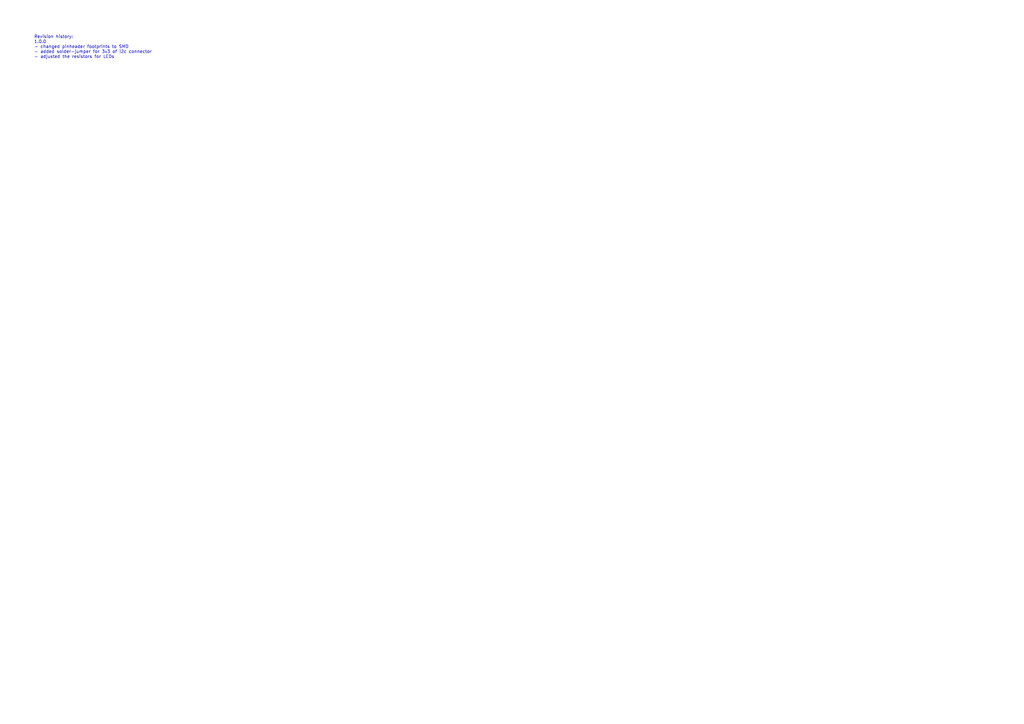
<source format=kicad_sch>
(kicad_sch (version 20230121) (generator eeschema)
  (paper "A3")
  (lib_symbols)
  (text "Revision history:\n1.0.0\n- changed pinheader footprints to SMD\n- added solder-jumper for 3v3 of i2c connector\n- adjusted the resistors for LEDs" (at 13.97 24.13 0) (effects (font (size 1.27 1.27)) (justify left bottom)))
)
</source>
